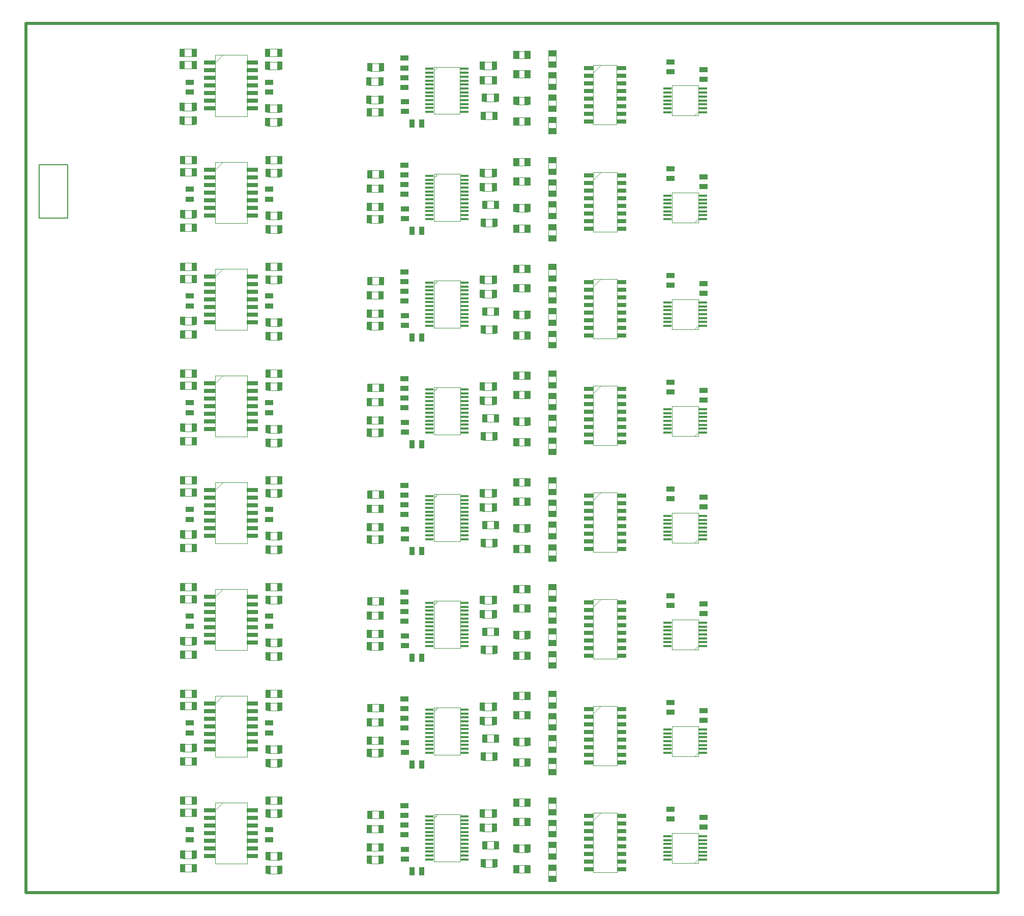
<source format=gtp>
G04*
G04 #@! TF.GenerationSoftware,Altium Limited,Altium Designer,19.0.10 (269)*
G04*
G04 Layer_Color=8421504*
%FSLAX23Y23*%
%MOIN*%
G70*
G01*
G75*
%ADD10C,0.008*%
%ADD12C,0.010*%
%ADD13C,0.020*%
%ADD14C,0.004*%
%ADD15R,0.061X0.028*%
%ADD16R,0.058X0.018*%
%ADD17R,0.057X0.039*%
%ADD18R,0.037X0.055*%
%ADD19R,0.057X0.036*%
%ADD20R,0.039X0.057*%
%ADD21R,0.036X0.057*%
%ADD22R,0.072X0.028*%
D10*
X1086Y4424D02*
Y4774D01*
Y4424D02*
X1275D01*
Y4774D01*
X1086D02*
X1275D01*
D12*
X7360Y5700D02*
X7370Y5690D01*
D13*
X1000Y0D02*
Y5700D01*
X7370D01*
Y0D02*
Y5700D01*
X1000Y0D02*
X7370D01*
D14*
X4718Y475D02*
X4768Y525D01*
X4718Y135D02*
Y525D01*
Y135D02*
X4872D01*
Y525D01*
X4718D02*
X4872D01*
X5381Y195D02*
X5407Y220D01*
Y195D02*
Y391D01*
X5234D02*
X5407D01*
X5234Y195D02*
Y391D01*
Y195D02*
X5407D01*
X4425Y525D02*
X4475D01*
Y604D01*
X4425D02*
X4475D01*
X4425Y525D02*
Y604D01*
Y459D02*
X4475D01*
X4425Y380D02*
Y459D01*
Y380D02*
X4475D01*
Y459D01*
X4425Y88D02*
X4475D01*
Y167D01*
X4425D02*
X4475D01*
X4425Y88D02*
Y167D01*
Y315D02*
X4475D01*
X4425Y236D02*
Y315D01*
Y236D02*
X4475D01*
Y315D01*
X4718Y1225D02*
X4872D01*
Y835D02*
Y1225D01*
X4718Y835D02*
X4872D01*
X4718D02*
Y1225D01*
Y1175D02*
X4768Y1225D01*
X5381Y895D02*
X5407Y920D01*
Y895D02*
Y1091D01*
X5234D02*
X5407D01*
X5234Y895D02*
Y1091D01*
Y895D02*
X5407D01*
X4425Y1225D02*
X4475D01*
Y1304D01*
X4425D02*
X4475D01*
X4425Y1225D02*
Y1304D01*
Y1159D02*
X4475D01*
X4425Y1080D02*
Y1159D01*
Y1080D02*
X4475D01*
Y1159D01*
X4425Y788D02*
X4475D01*
Y867D01*
X4425D02*
X4475D01*
X4425Y788D02*
Y867D01*
Y1015D02*
X4475D01*
X4425Y936D02*
Y1015D01*
Y936D02*
X4475D01*
Y1015D01*
X4718Y1875D02*
X4768Y1925D01*
X4718Y1535D02*
Y1925D01*
Y1535D02*
X4872D01*
Y1925D01*
X4718D02*
X4872D01*
X5381Y1595D02*
X5407Y1620D01*
Y1595D02*
Y1791D01*
X5234D02*
X5407D01*
X5234Y1595D02*
Y1791D01*
Y1595D02*
X5407D01*
X4425Y1925D02*
X4475D01*
Y2004D01*
X4425D02*
X4475D01*
X4425Y1925D02*
Y2004D01*
Y1859D02*
X4475D01*
X4425Y1780D02*
Y1859D01*
Y1780D02*
X4475D01*
Y1859D01*
X4425Y1488D02*
X4475D01*
Y1567D01*
X4425D02*
X4475D01*
X4425Y1488D02*
Y1567D01*
Y1715D02*
X4475D01*
X4425Y1636D02*
Y1715D01*
Y1636D02*
X4475D01*
Y1715D01*
X4718Y2575D02*
X4768Y2625D01*
X4718Y2235D02*
Y2625D01*
Y2235D02*
X4872D01*
Y2625D01*
X4718D02*
X4872D01*
X5381Y2295D02*
X5407Y2320D01*
Y2295D02*
Y2491D01*
X5234D02*
X5407D01*
X5234Y2295D02*
Y2491D01*
Y2295D02*
X5407D01*
X4425Y2625D02*
X4475D01*
Y2704D01*
X4425D02*
X4475D01*
X4425Y2625D02*
Y2704D01*
Y2559D02*
X4475D01*
X4425Y2480D02*
Y2559D01*
Y2480D02*
X4475D01*
Y2559D01*
X4425Y2188D02*
X4475D01*
Y2267D01*
X4425D02*
X4475D01*
X4425Y2188D02*
Y2267D01*
Y2415D02*
X4475D01*
X4425Y2336D02*
Y2415D01*
Y2336D02*
X4475D01*
Y2415D01*
X4718Y3275D02*
X4768Y3325D01*
X4718Y2935D02*
Y3325D01*
Y2935D02*
X4872D01*
Y3325D01*
X4718D02*
X4872D01*
X5381Y2995D02*
X5407Y3020D01*
Y2995D02*
Y3191D01*
X5234D02*
X5407D01*
X5234Y2995D02*
Y3191D01*
Y2995D02*
X5407D01*
X4425Y3325D02*
X4475D01*
Y3404D01*
X4425D02*
X4475D01*
X4425Y3325D02*
Y3404D01*
Y3259D02*
X4475D01*
X4425Y3180D02*
Y3259D01*
Y3180D02*
X4475D01*
Y3259D01*
X4425Y2888D02*
X4475D01*
Y2967D01*
X4425D02*
X4475D01*
X4425Y2888D02*
Y2967D01*
Y3115D02*
X4475D01*
X4425Y3036D02*
Y3115D01*
Y3036D02*
X4475D01*
Y3115D01*
X4718Y3975D02*
X4768Y4025D01*
X4718Y3635D02*
Y4025D01*
Y3635D02*
X4872D01*
Y4025D01*
X4718D02*
X4872D01*
X5381Y3695D02*
X5407Y3720D01*
Y3695D02*
Y3891D01*
X5234D02*
X5407D01*
X5234Y3695D02*
Y3891D01*
Y3695D02*
X5407D01*
X4425Y4025D02*
X4475D01*
Y4104D01*
X4425D02*
X4475D01*
X4425Y4025D02*
Y4104D01*
Y3959D02*
X4475D01*
X4425Y3880D02*
Y3959D01*
Y3880D02*
X4475D01*
Y3959D01*
X4425Y3588D02*
X4475D01*
Y3667D01*
X4425D02*
X4475D01*
X4425Y3588D02*
Y3667D01*
Y3815D02*
X4475D01*
X4425Y3736D02*
Y3815D01*
Y3736D02*
X4475D01*
Y3815D01*
X4718Y4675D02*
X4768Y4725D01*
X4718Y4335D02*
Y4725D01*
Y4335D02*
X4872D01*
Y4725D01*
X4718D02*
X4872D01*
X5381Y4395D02*
X5407Y4420D01*
Y4395D02*
Y4591D01*
X5234D02*
X5407D01*
X5234Y4395D02*
Y4591D01*
Y4395D02*
X5407D01*
X4425Y4725D02*
X4475D01*
Y4804D01*
X4425D02*
X4475D01*
X4425Y4725D02*
Y4804D01*
Y4659D02*
X4475D01*
X4425Y4580D02*
Y4659D01*
Y4580D02*
X4475D01*
Y4659D01*
X4425Y4288D02*
X4475D01*
Y4367D01*
X4425D02*
X4475D01*
X4425Y4288D02*
Y4367D01*
Y4515D02*
X4475D01*
X4425Y4436D02*
Y4515D01*
Y4436D02*
X4475D01*
Y4515D01*
X5381Y5097D02*
X5407Y5122D01*
Y5097D02*
Y5293D01*
X5233D02*
X5407D01*
X5233Y5097D02*
Y5293D01*
Y5097D02*
X5407D01*
X4718Y5377D02*
X4768Y5427D01*
X4718Y5037D02*
Y5427D01*
Y5037D02*
X4871D01*
Y5427D01*
X4718D02*
X4871D01*
X4425Y4990D02*
X4474D01*
Y5069D01*
X4425D02*
X4474D01*
X4425Y4990D02*
Y5069D01*
Y5217D02*
X4474D01*
X4425Y5138D02*
Y5217D01*
Y5138D02*
X4474D01*
Y5217D01*
X4425Y5427D02*
X4474D01*
Y5506D01*
X4425D02*
X4474D01*
X4425Y5427D02*
Y5506D01*
Y5361D02*
X4474D01*
X4425Y5282D02*
Y5361D01*
Y5282D02*
X4474D01*
Y5361D01*
X2586Y3380D02*
Y3430D01*
Y3380D02*
X2664D01*
Y3430D01*
X2586D02*
X2664D01*
X2586Y825D02*
Y875D01*
Y825D02*
X2664D01*
Y875D01*
X2586D02*
X2664D01*
X2586Y1280D02*
Y1330D01*
Y1280D02*
X2664D01*
Y1330D01*
X2586D02*
X2664D01*
X2585Y5027D02*
Y5077D01*
Y5027D02*
X2664D01*
Y5077D01*
X2585D02*
X2664D01*
X2586Y2680D02*
Y2730D01*
Y2680D02*
X2664D01*
Y2730D01*
X2586D02*
X2664D01*
X2586Y2925D02*
Y2975D01*
Y2925D02*
X2664D01*
Y2975D01*
X2586D02*
X2664D01*
X2586Y2225D02*
Y2275D01*
Y2225D02*
X2664D01*
Y2275D01*
X2586D02*
X2664D01*
X2586Y4080D02*
Y4130D01*
Y4080D02*
X2664D01*
Y4130D01*
X2586D02*
X2664D01*
X2586Y125D02*
Y175D01*
Y125D02*
X2664D01*
Y175D01*
X2586D02*
X2664D01*
X2586Y4780D02*
Y4830D01*
Y4780D02*
X2664D01*
Y4830D01*
X2586D02*
X2664D01*
X2585Y5482D02*
Y5532D01*
Y5482D02*
X2664D01*
Y5532D01*
X2585D02*
X2664D01*
X2586Y4325D02*
Y4375D01*
Y4325D02*
X2664D01*
Y4375D01*
X2586D02*
X2664D01*
X2586Y1980D02*
Y2030D01*
Y1980D02*
X2664D01*
Y2030D01*
X2586D02*
X2664D01*
X2586Y3625D02*
Y3675D01*
Y3625D02*
X2664D01*
Y3675D01*
X2586D02*
X2664D01*
X2586Y580D02*
Y630D01*
Y580D02*
X2664D01*
Y630D01*
X2586D02*
X2664D01*
X2586Y1525D02*
Y1575D01*
Y1525D02*
X2664D01*
Y1575D01*
X2586D02*
X2664D01*
X4289Y5167D02*
Y5217D01*
X4210D02*
X4289D01*
X4210Y5167D02*
Y5217D01*
Y5167D02*
X4289D01*
X4289Y265D02*
Y315D01*
X4211D02*
X4289D01*
X4211Y265D02*
Y315D01*
Y265D02*
X4289D01*
Y830D02*
Y880D01*
X4211D02*
X4289D01*
X4211Y830D02*
Y880D01*
Y830D02*
X4289D01*
X3249Y4441D02*
X3328D01*
Y4391D02*
Y4441D01*
X3249Y4391D02*
X3328D01*
X3249D02*
Y4441D01*
X4211Y1841D02*
Y1890D01*
Y1841D02*
X4289D01*
Y1890D01*
X4211D02*
X4289D01*
X3996Y4418D02*
X4075D01*
Y4368D02*
Y4418D01*
X3996Y4368D02*
X4075D01*
X3996D02*
Y4418D01*
X4289Y130D02*
Y180D01*
X4211D02*
X4289D01*
X4211Y130D02*
Y180D01*
Y130D02*
X4289D01*
X3996Y3718D02*
X4075D01*
Y3668D02*
Y3718D01*
X3996Y3668D02*
X4075D01*
X3996D02*
Y3718D01*
X4289Y965D02*
Y1015D01*
X4211D02*
X4289D01*
X4211Y965D02*
Y1015D01*
Y965D02*
X4289D01*
X3249Y3741D02*
X3328D01*
Y3691D02*
Y3741D01*
X3249Y3691D02*
X3328D01*
X3249D02*
Y3741D01*
X4211Y567D02*
Y616D01*
Y567D02*
X4289D01*
Y616D01*
X4211D02*
X4289D01*
X3249Y1641D02*
X3328D01*
Y1591D02*
Y1641D01*
X3249Y1591D02*
X3328D01*
X3249D02*
Y1641D01*
X4289Y3065D02*
Y3115D01*
X4211D02*
X4289D01*
X4211Y3065D02*
Y3115D01*
Y3065D02*
X4289D01*
Y3765D02*
Y3815D01*
X4211D02*
X4289D01*
X4211Y3765D02*
Y3815D01*
Y3765D02*
X4289D01*
Y1530D02*
Y1580D01*
X4211D02*
X4289D01*
X4211Y1530D02*
Y1580D01*
Y1530D02*
X4289D01*
Y4465D02*
Y4515D01*
X4211D02*
X4289D01*
X4211Y4465D02*
Y4515D01*
Y4465D02*
X4289D01*
X3249Y2341D02*
X3328D01*
Y2291D02*
Y2341D01*
X3249Y2291D02*
X3328D01*
X3249D02*
Y2341D01*
X4211Y4767D02*
Y4816D01*
Y4767D02*
X4289D01*
Y4816D01*
X4211D02*
X4289D01*
X3996Y5120D02*
X4074D01*
Y5070D02*
Y5120D01*
X3996Y5070D02*
X4074D01*
X3996D02*
Y5120D01*
X3996Y2318D02*
X4075D01*
Y2268D02*
Y2318D01*
X3996Y2268D02*
X4075D01*
X3996D02*
Y2318D01*
X4006Y3136D02*
X4084D01*
Y3086D02*
Y3136D01*
X4006Y3086D02*
X4084D01*
X4006D02*
Y3136D01*
X3249Y3041D02*
X3328D01*
Y2991D02*
Y3041D01*
X3249Y2991D02*
X3328D01*
X3249D02*
Y3041D01*
X4211Y1141D02*
Y1190D01*
Y1141D02*
X4289D01*
Y1190D01*
X4211D02*
X4289D01*
X4211Y2541D02*
Y2590D01*
Y2541D02*
X4289D01*
Y2590D01*
X4211D02*
X4289D01*
X3996Y3018D02*
X4075D01*
Y2968D02*
Y3018D01*
X3996Y2968D02*
X4075D01*
X3996D02*
Y3018D01*
X3249Y941D02*
X3328D01*
Y891D02*
Y941D01*
X3249Y891D02*
X3328D01*
X3249D02*
Y941D01*
X4289Y1665D02*
Y1715D01*
X4211D02*
X4289D01*
X4211Y1665D02*
Y1715D01*
Y1665D02*
X4289D01*
X4006Y2436D02*
X4084D01*
Y2386D02*
Y2436D01*
X4006Y2386D02*
X4084D01*
X4006D02*
Y2436D01*
X4211Y1967D02*
Y2016D01*
Y1967D02*
X4289D01*
Y2016D01*
X4211D02*
X4289D01*
X3249Y241D02*
X3328D01*
Y191D02*
Y241D01*
X3249Y191D02*
X3328D01*
X3249D02*
Y241D01*
X4211Y441D02*
Y490D01*
Y441D02*
X4289D01*
Y490D01*
X4211D02*
X4289D01*
X4210Y5469D02*
Y5518D01*
Y5469D02*
X4289D01*
Y5518D01*
X4210D02*
X4289D01*
X4211Y1267D02*
Y1316D01*
Y1267D02*
X4289D01*
Y1316D01*
X4211D02*
X4289D01*
X4005Y5238D02*
X4084D01*
Y5188D02*
Y5238D01*
X4005Y5188D02*
X4084D01*
X4005D02*
Y5238D01*
X3996Y1618D02*
X4075D01*
Y1568D02*
Y1618D01*
X3996Y1568D02*
X4075D01*
X3996D02*
Y1618D01*
X4289Y4330D02*
Y4380D01*
X4211D02*
X4289D01*
X4211Y4330D02*
Y4380D01*
Y4330D02*
X4289D01*
Y3630D02*
Y3680D01*
X4211D02*
X4289D01*
X4211Y3630D02*
Y3680D01*
Y3630D02*
X4289D01*
X3996Y918D02*
X4075D01*
Y868D02*
Y918D01*
X3996Y868D02*
X4075D01*
X3996D02*
Y918D01*
X4289Y2230D02*
Y2280D01*
X4211D02*
X4289D01*
X4211Y2230D02*
Y2280D01*
Y2230D02*
X4289D01*
Y2365D02*
Y2415D01*
X4211D02*
X4289D01*
X4211Y2365D02*
Y2415D01*
Y2365D02*
X4289D01*
X4211Y4641D02*
Y4690D01*
Y4641D02*
X4289D01*
Y4690D01*
X4211D02*
X4289D01*
X4210Y5343D02*
Y5392D01*
Y5343D02*
X4289D01*
Y5392D01*
X4210D02*
X4289D01*
X4289Y2930D02*
Y2980D01*
X4211D02*
X4289D01*
X4211Y2930D02*
Y2980D01*
Y2930D02*
X4289D01*
X4289Y5032D02*
Y5082D01*
X4210D02*
X4289D01*
X4210Y5032D02*
Y5082D01*
Y5032D02*
X4289D01*
X4006Y3836D02*
X4084D01*
Y3786D02*
Y3836D01*
X4006Y3786D02*
X4084D01*
X4006D02*
Y3836D01*
Y1736D02*
X4084D01*
Y1686D02*
Y1736D01*
X4006Y1686D02*
X4084D01*
X4006D02*
Y1736D01*
X4211Y3367D02*
Y3416D01*
Y3367D02*
X4289D01*
Y3416D01*
X4211D02*
X4289D01*
X4211Y4067D02*
Y4116D01*
Y4067D02*
X4289D01*
Y4116D01*
X4211D02*
X4289D01*
X4211Y3241D02*
Y3290D01*
Y3241D02*
X4289D01*
Y3290D01*
X4211D02*
X4289D01*
X3249Y5143D02*
X3328D01*
Y5093D02*
Y5143D01*
X3249Y5093D02*
X3328D01*
X3249D02*
Y5143D01*
X4006Y4536D02*
X4084D01*
Y4486D02*
Y4536D01*
X4006Y4486D02*
X4084D01*
X4006D02*
Y4536D01*
X4211Y3941D02*
Y3990D01*
Y3941D02*
X4289D01*
Y3990D01*
X4211D02*
X4289D01*
X4006Y1036D02*
X4084D01*
Y986D02*
Y1036D01*
X4006Y986D02*
X4084D01*
X4006D02*
Y1036D01*
X4211Y2667D02*
Y2716D01*
Y2667D02*
X4289D01*
Y2716D01*
X4211D02*
X4289D01*
X3996Y218D02*
X4075D01*
Y168D02*
Y218D01*
X3996Y168D02*
X4075D01*
X3996D02*
Y218D01*
X2104Y4780D02*
Y4830D01*
X2026D02*
X2104D01*
X2026Y4780D02*
Y4830D01*
Y4780D02*
X2104D01*
X2241Y4741D02*
X2291Y4791D01*
X2241Y4389D02*
Y4791D01*
Y4389D02*
X2450D01*
Y4791D01*
X2241D02*
X2450D01*
X2026Y836D02*
Y886D01*
Y836D02*
X2104D01*
Y886D01*
X2026D02*
X2104D01*
X2026Y2236D02*
Y2286D01*
Y2236D02*
X2104D01*
Y2286D01*
X2026D02*
X2104D01*
X2241Y2641D02*
X2291Y2691D01*
X2241Y2289D02*
Y2691D01*
Y2289D02*
X2450D01*
Y2691D01*
X2241D02*
X2450D01*
X2241Y3341D02*
X2291Y3391D01*
X2241Y2989D02*
Y3391D01*
Y2989D02*
X2450D01*
Y3391D01*
X2241D02*
X2450D01*
X2104Y1280D02*
Y1330D01*
X2026D02*
X2104D01*
X2026Y1280D02*
Y1330D01*
Y1280D02*
X2104D01*
Y225D02*
Y275D01*
X2026D02*
X2104D01*
X2026Y225D02*
Y275D01*
Y225D02*
X2104D01*
X2664Y3995D02*
Y4045D01*
X2586D02*
X2664D01*
X2586Y3995D02*
Y4045D01*
Y3995D02*
X2664D01*
X2025Y5038D02*
Y5088D01*
Y5038D02*
X2104D01*
Y5088D01*
X2025D02*
X2104D01*
X2240Y5443D02*
X2290Y5493D01*
X2240Y5091D02*
Y5493D01*
Y5091D02*
X2449D01*
Y5493D01*
X2240D02*
X2449D01*
X2026Y1900D02*
Y1950D01*
Y1900D02*
X2104D01*
Y1950D01*
X2026D02*
X2104D01*
X2586Y1615D02*
Y1665D01*
Y1615D02*
X2664D01*
Y1665D01*
X2586D02*
X2664D01*
X2104Y2680D02*
Y2730D01*
X2026D02*
X2104D01*
X2026Y2680D02*
Y2730D01*
Y2680D02*
X2104D01*
X2026Y4000D02*
Y4050D01*
Y4000D02*
X2104D01*
Y4050D01*
X2026D02*
X2104D01*
X2241Y1941D02*
X2291Y1991D01*
X2241Y1589D02*
Y1991D01*
Y1589D02*
X2450D01*
Y1991D01*
X2241D02*
X2450D01*
X2104Y1980D02*
Y2030D01*
X2026D02*
X2104D01*
X2026Y1980D02*
Y2030D01*
Y1980D02*
X2104D01*
X2026Y4700D02*
Y4750D01*
Y4700D02*
X2104D01*
Y4750D01*
X2026D02*
X2104D01*
X2664Y495D02*
Y545D01*
X2586D02*
X2664D01*
X2586Y495D02*
Y545D01*
Y495D02*
X2664D01*
X2026Y3300D02*
Y3350D01*
Y3300D02*
X2104D01*
Y3350D01*
X2026D02*
X2104D01*
X2664Y2595D02*
Y2645D01*
X2586D02*
X2664D01*
X2586Y2595D02*
Y2645D01*
Y2595D02*
X2664D01*
X2586Y915D02*
Y965D01*
Y915D02*
X2664D01*
Y965D01*
X2586D02*
X2664D01*
X2104Y1625D02*
Y1675D01*
X2026D02*
X2104D01*
X2026Y1625D02*
Y1675D01*
Y1625D02*
X2104D01*
Y3725D02*
Y3775D01*
X2026D02*
X2104D01*
X2026Y3725D02*
Y3775D01*
Y3725D02*
X2104D01*
X2586Y215D02*
Y265D01*
Y215D02*
X2664D01*
Y265D01*
X2586D02*
X2664D01*
Y1895D02*
Y1945D01*
X2586D02*
X2664D01*
X2586Y1895D02*
Y1945D01*
Y1895D02*
X2664D01*
X2586Y4415D02*
Y4465D01*
Y4415D02*
X2664D01*
Y4465D01*
X2586D02*
X2664D01*
X2025Y5402D02*
Y5452D01*
Y5402D02*
X2104D01*
Y5452D01*
X2025D02*
X2104D01*
X2104Y2325D02*
Y2375D01*
X2026D02*
X2104D01*
X2026Y2325D02*
Y2375D01*
Y2325D02*
X2104D01*
X2104Y5127D02*
Y5177D01*
X2025D02*
X2104D01*
X2025Y5127D02*
Y5177D01*
Y5127D02*
X2104D01*
X2664Y3295D02*
Y3345D01*
X2586D02*
X2664D01*
X2586Y3295D02*
Y3345D01*
Y3295D02*
X2664D01*
Y1195D02*
Y1245D01*
X2586D02*
X2664D01*
X2586Y1195D02*
Y1245D01*
Y1195D02*
X2664D01*
Y4695D02*
Y4745D01*
X2586D02*
X2664D01*
X2586Y4695D02*
Y4745D01*
Y4695D02*
X2664D01*
X2026Y136D02*
Y186D01*
Y136D02*
X2104D01*
Y186D01*
X2026D02*
X2104D01*
X2585Y5117D02*
Y5167D01*
Y5117D02*
X2664D01*
Y5167D01*
X2585D02*
X2664D01*
X2104Y4425D02*
Y4475D01*
X2026D02*
X2104D01*
X2026Y4425D02*
Y4475D01*
Y4425D02*
X2104D01*
X2104Y5482D02*
Y5532D01*
X2025D02*
X2104D01*
X2025Y5482D02*
Y5532D01*
Y5482D02*
X2104D01*
X2026Y1536D02*
Y1586D01*
Y1536D02*
X2104D01*
Y1586D01*
X2026D02*
X2104D01*
Y925D02*
Y975D01*
X2026D02*
X2104D01*
X2026Y925D02*
Y975D01*
Y925D02*
X2104D01*
X2026Y4336D02*
Y4386D01*
Y4336D02*
X2104D01*
Y4386D01*
X2026D02*
X2104D01*
X2026Y2600D02*
Y2650D01*
Y2600D02*
X2104D01*
Y2650D01*
X2026D02*
X2104D01*
X2241Y541D02*
X2291Y591D01*
X2241Y189D02*
Y591D01*
Y189D02*
X2450D01*
Y591D01*
X2241D02*
X2450D01*
X2026Y2936D02*
Y2986D01*
Y2936D02*
X2104D01*
Y2986D01*
X2026D02*
X2104D01*
X2241Y4041D02*
X2291Y4091D01*
X2241Y3689D02*
Y4091D01*
Y3689D02*
X2450D01*
Y4091D01*
X2241D02*
X2450D01*
X2026Y3636D02*
Y3686D01*
Y3636D02*
X2104D01*
Y3686D01*
X2026D02*
X2104D01*
X2026Y1200D02*
Y1250D01*
Y1200D02*
X2104D01*
Y1250D01*
X2026D02*
X2104D01*
X2026Y500D02*
Y550D01*
Y500D02*
X2104D01*
Y550D01*
X2026D02*
X2104D01*
Y4080D02*
Y4130D01*
X2026D02*
X2104D01*
X2026Y4080D02*
Y4130D01*
Y4080D02*
X2104D01*
Y3380D02*
Y3430D01*
X2026D02*
X2104D01*
X2026Y3380D02*
Y3430D01*
Y3380D02*
X2104D01*
X2241Y1291D02*
X2450D01*
Y889D02*
Y1291D01*
X2241Y889D02*
X2450D01*
X2241D02*
Y1291D01*
Y1241D02*
X2291Y1291D01*
X2104Y3025D02*
Y3075D01*
X2026D02*
X2104D01*
X2026Y3025D02*
Y3075D01*
Y3025D02*
X2104D01*
X2586Y3715D02*
Y3765D01*
Y3715D02*
X2664D01*
Y3765D01*
X2586D02*
X2664D01*
X2664Y5397D02*
Y5447D01*
X2585D02*
X2664D01*
X2585Y5397D02*
Y5447D01*
Y5397D02*
X2664D01*
X2586Y3015D02*
Y3065D01*
Y3015D02*
X2664D01*
Y3065D01*
X2586D02*
X2664D01*
X2104Y580D02*
Y630D01*
X2026D02*
X2104D01*
X2026Y580D02*
Y630D01*
Y580D02*
X2104D01*
X2586Y2315D02*
Y2365D01*
Y2315D02*
X2664D01*
Y2365D01*
X2586D02*
X2664D01*
X4006Y336D02*
X4084D01*
Y286D02*
Y336D01*
X4006Y286D02*
X4084D01*
X4006D02*
Y336D01*
X3248Y5223D02*
X3327D01*
Y5174D02*
Y5223D01*
X3248Y5174D02*
X3327D01*
X3248D02*
Y5223D01*
X3249Y4521D02*
X3327D01*
Y4472D02*
Y4521D01*
X3249Y4472D02*
X3327D01*
X3249D02*
Y4521D01*
Y3821D02*
X3327D01*
Y3772D02*
Y3821D01*
X3249Y3772D02*
X3327D01*
X3249D02*
Y3821D01*
Y3121D02*
X3327D01*
Y3072D02*
Y3121D01*
X3249Y3072D02*
X3327D01*
X3249D02*
Y3121D01*
Y2421D02*
X3327D01*
Y2372D02*
Y2421D01*
X3249Y2372D02*
X3327D01*
X3249D02*
Y2421D01*
Y1721D02*
X3327D01*
Y1672D02*
Y1721D01*
X3249Y1672D02*
X3327D01*
X3249D02*
Y1721D01*
Y1021D02*
X3327D01*
Y972D02*
Y1021D01*
X3249Y972D02*
X3327D01*
X3249D02*
Y1021D01*
Y321D02*
X3327D01*
Y272D02*
Y321D01*
X3249Y272D02*
X3327D01*
X3249D02*
Y321D01*
X3990Y5352D02*
X4069D01*
Y5303D02*
Y5352D01*
X3990Y5303D02*
X4069D01*
X3990D02*
Y5352D01*
X3991Y4650D02*
X4069D01*
Y4601D02*
Y4650D01*
X3991Y4601D02*
X4069D01*
X3991D02*
Y4650D01*
Y3950D02*
X4069D01*
Y3901D02*
Y3950D01*
X3991Y3901D02*
X4069D01*
X3991D02*
Y3950D01*
Y3250D02*
X4069D01*
Y3201D02*
Y3250D01*
X3991Y3201D02*
X4069D01*
X3991D02*
Y3250D01*
Y2550D02*
X4069D01*
Y2501D02*
Y2550D01*
X3991Y2501D02*
X4069D01*
X3991D02*
Y2550D01*
Y1850D02*
X4069D01*
Y1801D02*
Y1850D01*
X3991Y1801D02*
X4069D01*
X3991D02*
Y1850D01*
Y1150D02*
X4069D01*
Y1101D02*
Y1150D01*
X3991Y1101D02*
X4069D01*
X3991D02*
Y1150D01*
Y450D02*
X4069D01*
Y401D02*
Y450D01*
X3991Y401D02*
X4069D01*
X3991D02*
Y450D01*
X3248Y5343D02*
X3327D01*
Y5294D02*
Y5343D01*
X3248Y5294D02*
X3327D01*
X3248D02*
Y5343D01*
X3249Y4641D02*
X3327D01*
Y4592D02*
Y4641D01*
X3249Y4592D02*
X3327D01*
X3249D02*
Y4641D01*
Y3941D02*
X3327D01*
Y3892D02*
Y3941D01*
X3249Y3892D02*
X3327D01*
X3249D02*
Y3941D01*
Y3241D02*
X3327D01*
Y3192D02*
Y3241D01*
X3249Y3192D02*
X3327D01*
X3249D02*
Y3241D01*
Y2541D02*
X3327D01*
Y2492D02*
Y2541D01*
X3249Y2492D02*
X3327D01*
X3249D02*
Y2541D01*
Y1841D02*
X3327D01*
Y1792D02*
Y1841D01*
X3249Y1792D02*
X3327D01*
X3249D02*
Y1841D01*
Y1141D02*
X3327D01*
Y1092D02*
Y1141D01*
X3249Y1092D02*
X3327D01*
X3249D02*
Y1141D01*
Y441D02*
X3327D01*
Y392D02*
Y441D01*
X3249Y392D02*
X3327D01*
X3249D02*
Y441D01*
X3990Y5447D02*
X4069D01*
Y5397D02*
Y5447D01*
X3990Y5397D02*
X4069D01*
X3990D02*
Y5447D01*
X3991Y4745D02*
X4069D01*
Y4695D02*
Y4745D01*
X3991Y4695D02*
X4069D01*
X3991D02*
Y4745D01*
Y4045D02*
X4069D01*
Y3995D02*
Y4045D01*
X3991Y3995D02*
X4069D01*
X3991D02*
Y4045D01*
Y3345D02*
X4069D01*
Y3295D02*
Y3345D01*
X3991Y3295D02*
X4069D01*
X3991D02*
Y3345D01*
Y2645D02*
X4069D01*
Y2595D02*
Y2645D01*
X3991Y2595D02*
X4069D01*
X3991D02*
Y2645D01*
Y1945D02*
X4069D01*
Y1895D02*
Y1945D01*
X3991Y1895D02*
X4069D01*
X3991D02*
Y1945D01*
Y1245D02*
X4069D01*
Y1195D02*
Y1245D01*
X3991Y1195D02*
X4069D01*
X3991D02*
Y1245D01*
Y545D02*
X4069D01*
Y495D02*
Y545D01*
X3991Y495D02*
X4069D01*
X3991D02*
Y545D01*
X3252Y5438D02*
X3330D01*
Y5388D02*
Y5438D01*
X3252Y5388D02*
X3330D01*
X3252D02*
Y5438D01*
X3252Y4736D02*
X3331D01*
Y4686D02*
Y4736D01*
X3252Y4686D02*
X3331D01*
X3252D02*
Y4736D01*
Y4036D02*
X3331D01*
Y3986D02*
Y4036D01*
X3252Y3986D02*
X3331D01*
X3252D02*
Y4036D01*
Y3336D02*
X3331D01*
Y3286D02*
Y3336D01*
X3252Y3286D02*
X3331D01*
X3252D02*
Y3336D01*
Y2636D02*
X3331D01*
Y2586D02*
Y2636D01*
X3252Y2586D02*
X3331D01*
X3252D02*
Y2636D01*
Y1936D02*
X3331D01*
Y1886D02*
Y1936D01*
X3252Y1886D02*
X3331D01*
X3252D02*
Y1936D01*
Y1236D02*
X3331D01*
Y1186D02*
Y1236D01*
X3252Y1186D02*
X3331D01*
X3252D02*
Y1236D01*
Y536D02*
X3331D01*
Y486D02*
Y536D01*
X3252Y486D02*
X3331D01*
X3252D02*
Y536D01*
X3672Y5414D02*
X3845D01*
Y5107D02*
Y5414D01*
X3672Y5107D02*
X3845D01*
X3672D02*
Y5414D01*
Y5389D02*
X3698Y5414D01*
X3673Y4712D02*
X3846D01*
Y4405D02*
Y4712D01*
X3673Y4405D02*
X3846D01*
X3673D02*
Y4712D01*
Y4687D02*
X3698Y4712D01*
X3673Y4012D02*
X3846D01*
Y3705D02*
Y4012D01*
X3673Y3705D02*
X3846D01*
X3673D02*
Y4012D01*
Y3987D02*
X3698Y4012D01*
X3673Y3312D02*
X3846D01*
Y3005D02*
Y3312D01*
X3673Y3005D02*
X3846D01*
X3673D02*
Y3312D01*
Y3287D02*
X3698Y3312D01*
X3673Y2587D02*
X3698Y2612D01*
X3673Y2305D02*
Y2612D01*
Y2305D02*
X3846D01*
Y2612D01*
X3673D02*
X3846D01*
X3673Y1912D02*
X3846D01*
Y1605D02*
Y1912D01*
X3673Y1605D02*
X3846D01*
X3673D02*
Y1912D01*
Y1887D02*
X3698Y1912D01*
X3673Y1212D02*
X3846D01*
Y905D02*
Y1212D01*
X3673Y905D02*
X3846D01*
X3673D02*
Y1212D01*
Y1187D02*
X3698Y1212D01*
X3673Y512D02*
X3846D01*
Y205D02*
Y512D01*
X3673Y205D02*
X3846D01*
X3673D02*
Y512D01*
Y487D02*
X3698Y512D01*
D15*
X4902Y505D02*
D03*
Y455D02*
D03*
Y405D02*
D03*
Y355D02*
D03*
Y305D02*
D03*
Y255D02*
D03*
Y205D02*
D03*
Y155D02*
D03*
X4688D02*
D03*
Y205D02*
D03*
Y255D02*
D03*
Y305D02*
D03*
Y355D02*
D03*
Y405D02*
D03*
Y455D02*
D03*
Y505D02*
D03*
Y1205D02*
D03*
Y1155D02*
D03*
Y1105D02*
D03*
Y1055D02*
D03*
Y1005D02*
D03*
Y955D02*
D03*
Y905D02*
D03*
Y855D02*
D03*
X4902D02*
D03*
Y905D02*
D03*
Y955D02*
D03*
Y1005D02*
D03*
Y1055D02*
D03*
Y1105D02*
D03*
Y1155D02*
D03*
Y1205D02*
D03*
Y1905D02*
D03*
Y1855D02*
D03*
Y1805D02*
D03*
Y1755D02*
D03*
Y1705D02*
D03*
Y1655D02*
D03*
Y1605D02*
D03*
Y1555D02*
D03*
X4688D02*
D03*
Y1605D02*
D03*
Y1655D02*
D03*
Y1705D02*
D03*
Y1755D02*
D03*
Y1805D02*
D03*
Y1855D02*
D03*
Y1905D02*
D03*
X4902Y2605D02*
D03*
Y2555D02*
D03*
Y2505D02*
D03*
Y2455D02*
D03*
Y2405D02*
D03*
Y2355D02*
D03*
Y2305D02*
D03*
Y2255D02*
D03*
X4688D02*
D03*
Y2305D02*
D03*
Y2355D02*
D03*
Y2405D02*
D03*
Y2455D02*
D03*
Y2505D02*
D03*
Y2555D02*
D03*
Y2605D02*
D03*
X4902Y3305D02*
D03*
Y3255D02*
D03*
Y3205D02*
D03*
Y3155D02*
D03*
Y3105D02*
D03*
Y3055D02*
D03*
Y3005D02*
D03*
Y2955D02*
D03*
X4688D02*
D03*
Y3005D02*
D03*
Y3055D02*
D03*
Y3105D02*
D03*
Y3155D02*
D03*
Y3205D02*
D03*
Y3255D02*
D03*
Y3305D02*
D03*
X4902Y4005D02*
D03*
Y3955D02*
D03*
Y3905D02*
D03*
Y3855D02*
D03*
Y3805D02*
D03*
Y3755D02*
D03*
Y3705D02*
D03*
Y3655D02*
D03*
X4688D02*
D03*
Y3705D02*
D03*
Y3755D02*
D03*
Y3805D02*
D03*
Y3855D02*
D03*
Y3905D02*
D03*
Y3955D02*
D03*
Y4005D02*
D03*
X4902Y4705D02*
D03*
Y4655D02*
D03*
Y4605D02*
D03*
Y4555D02*
D03*
Y4505D02*
D03*
Y4455D02*
D03*
Y4405D02*
D03*
Y4355D02*
D03*
X4688D02*
D03*
Y4405D02*
D03*
Y4455D02*
D03*
Y4505D02*
D03*
Y4555D02*
D03*
Y4605D02*
D03*
Y4655D02*
D03*
Y4705D02*
D03*
X4902Y5407D02*
D03*
Y5357D02*
D03*
Y5307D02*
D03*
Y5257D02*
D03*
Y5207D02*
D03*
Y5157D02*
D03*
Y5107D02*
D03*
Y5057D02*
D03*
X4687D02*
D03*
Y5107D02*
D03*
Y5157D02*
D03*
Y5207D02*
D03*
Y5257D02*
D03*
Y5307D02*
D03*
Y5357D02*
D03*
Y5407D02*
D03*
D16*
X5205Y216D02*
D03*
Y242D02*
D03*
Y267D02*
D03*
Y293D02*
D03*
Y319D02*
D03*
Y344D02*
D03*
Y370D02*
D03*
X5436D02*
D03*
Y344D02*
D03*
Y319D02*
D03*
Y293D02*
D03*
Y267D02*
D03*
Y242D02*
D03*
Y216D02*
D03*
X5205Y916D02*
D03*
Y942D02*
D03*
Y967D02*
D03*
Y993D02*
D03*
Y1019D02*
D03*
Y1044D02*
D03*
Y1070D02*
D03*
X5436D02*
D03*
Y1044D02*
D03*
Y1019D02*
D03*
Y993D02*
D03*
Y967D02*
D03*
Y942D02*
D03*
Y916D02*
D03*
X5205Y1616D02*
D03*
Y1642D02*
D03*
Y1667D02*
D03*
Y1693D02*
D03*
Y1719D02*
D03*
Y1744D02*
D03*
Y1770D02*
D03*
X5436D02*
D03*
Y1744D02*
D03*
Y1719D02*
D03*
Y1693D02*
D03*
Y1667D02*
D03*
Y1642D02*
D03*
Y1616D02*
D03*
X5205Y2316D02*
D03*
Y2342D02*
D03*
Y2367D02*
D03*
Y2393D02*
D03*
Y2419D02*
D03*
Y2444D02*
D03*
Y2470D02*
D03*
X5436D02*
D03*
Y2444D02*
D03*
Y2419D02*
D03*
Y2393D02*
D03*
Y2367D02*
D03*
Y2342D02*
D03*
Y2316D02*
D03*
X5205Y3016D02*
D03*
Y3042D02*
D03*
Y3067D02*
D03*
Y3093D02*
D03*
Y3119D02*
D03*
Y3144D02*
D03*
Y3170D02*
D03*
X5436D02*
D03*
Y3144D02*
D03*
Y3119D02*
D03*
Y3093D02*
D03*
Y3067D02*
D03*
Y3042D02*
D03*
Y3016D02*
D03*
X5205Y3716D02*
D03*
Y3742D02*
D03*
Y3767D02*
D03*
Y3793D02*
D03*
Y3819D02*
D03*
Y3844D02*
D03*
Y3870D02*
D03*
X5436D02*
D03*
Y3844D02*
D03*
Y3819D02*
D03*
Y3793D02*
D03*
Y3767D02*
D03*
Y3742D02*
D03*
Y3716D02*
D03*
X5205Y4416D02*
D03*
Y4442D02*
D03*
Y4467D02*
D03*
Y4493D02*
D03*
Y4519D02*
D03*
Y4544D02*
D03*
Y4570D02*
D03*
X5436D02*
D03*
Y4544D02*
D03*
Y4519D02*
D03*
Y4493D02*
D03*
Y4467D02*
D03*
Y4442D02*
D03*
Y4416D02*
D03*
X5204Y5118D02*
D03*
Y5144D02*
D03*
Y5169D02*
D03*
Y5195D02*
D03*
Y5221D02*
D03*
Y5246D02*
D03*
Y5272D02*
D03*
X5436D02*
D03*
Y5246D02*
D03*
Y5221D02*
D03*
Y5195D02*
D03*
Y5169D02*
D03*
Y5144D02*
D03*
Y5118D02*
D03*
X3643Y5402D02*
D03*
Y5376D02*
D03*
Y5350D02*
D03*
Y5325D02*
D03*
Y5299D02*
D03*
Y5274D02*
D03*
Y5248D02*
D03*
Y5223D02*
D03*
Y5197D02*
D03*
Y5171D02*
D03*
Y5146D02*
D03*
Y5120D02*
D03*
X3874D02*
D03*
Y5146D02*
D03*
Y5171D02*
D03*
Y5197D02*
D03*
Y5223D02*
D03*
Y5248D02*
D03*
Y5274D02*
D03*
Y5299D02*
D03*
Y5325D02*
D03*
Y5350D02*
D03*
Y5376D02*
D03*
Y5402D02*
D03*
X3644Y4700D02*
D03*
Y4674D02*
D03*
Y4649D02*
D03*
Y4623D02*
D03*
Y4597D02*
D03*
Y4572D02*
D03*
Y4546D02*
D03*
Y4521D02*
D03*
Y4495D02*
D03*
Y4469D02*
D03*
Y4444D02*
D03*
Y4418D02*
D03*
X3875D02*
D03*
Y4444D02*
D03*
Y4469D02*
D03*
Y4495D02*
D03*
Y4521D02*
D03*
Y4546D02*
D03*
Y4572D02*
D03*
Y4597D02*
D03*
Y4623D02*
D03*
Y4649D02*
D03*
Y4674D02*
D03*
Y4700D02*
D03*
X3644Y4000D02*
D03*
Y3974D02*
D03*
Y3949D02*
D03*
Y3923D02*
D03*
Y3897D02*
D03*
Y3872D02*
D03*
Y3846D02*
D03*
Y3821D02*
D03*
Y3795D02*
D03*
Y3769D02*
D03*
Y3744D02*
D03*
Y3718D02*
D03*
X3875D02*
D03*
Y3744D02*
D03*
Y3769D02*
D03*
Y3795D02*
D03*
Y3821D02*
D03*
Y3846D02*
D03*
Y3872D02*
D03*
Y3897D02*
D03*
Y3923D02*
D03*
Y3949D02*
D03*
Y3974D02*
D03*
Y4000D02*
D03*
X3644Y3300D02*
D03*
Y3274D02*
D03*
Y3249D02*
D03*
Y3223D02*
D03*
Y3197D02*
D03*
Y3172D02*
D03*
Y3146D02*
D03*
Y3121D02*
D03*
Y3095D02*
D03*
Y3069D02*
D03*
Y3044D02*
D03*
Y3018D02*
D03*
X3875D02*
D03*
Y3044D02*
D03*
Y3069D02*
D03*
Y3095D02*
D03*
Y3121D02*
D03*
Y3146D02*
D03*
Y3172D02*
D03*
Y3197D02*
D03*
Y3223D02*
D03*
Y3249D02*
D03*
Y3274D02*
D03*
Y3300D02*
D03*
Y2600D02*
D03*
Y2574D02*
D03*
Y2549D02*
D03*
Y2523D02*
D03*
Y2497D02*
D03*
Y2472D02*
D03*
Y2446D02*
D03*
Y2421D02*
D03*
Y2395D02*
D03*
Y2369D02*
D03*
Y2344D02*
D03*
Y2318D02*
D03*
X3644D02*
D03*
Y2344D02*
D03*
Y2369D02*
D03*
Y2395D02*
D03*
Y2421D02*
D03*
Y2446D02*
D03*
Y2472D02*
D03*
Y2497D02*
D03*
Y2523D02*
D03*
Y2549D02*
D03*
Y2574D02*
D03*
Y2600D02*
D03*
Y1900D02*
D03*
Y1874D02*
D03*
Y1849D02*
D03*
Y1823D02*
D03*
Y1797D02*
D03*
Y1772D02*
D03*
Y1746D02*
D03*
Y1721D02*
D03*
Y1695D02*
D03*
Y1669D02*
D03*
Y1644D02*
D03*
Y1618D02*
D03*
X3875D02*
D03*
Y1644D02*
D03*
Y1669D02*
D03*
Y1695D02*
D03*
Y1721D02*
D03*
Y1746D02*
D03*
Y1772D02*
D03*
Y1797D02*
D03*
Y1823D02*
D03*
Y1849D02*
D03*
Y1874D02*
D03*
Y1900D02*
D03*
X3644Y1200D02*
D03*
Y1174D02*
D03*
Y1149D02*
D03*
Y1123D02*
D03*
Y1097D02*
D03*
Y1072D02*
D03*
Y1046D02*
D03*
Y1021D02*
D03*
Y995D02*
D03*
Y969D02*
D03*
Y944D02*
D03*
Y918D02*
D03*
X3875D02*
D03*
Y944D02*
D03*
Y969D02*
D03*
Y995D02*
D03*
Y1021D02*
D03*
Y1046D02*
D03*
Y1072D02*
D03*
Y1097D02*
D03*
Y1123D02*
D03*
Y1149D02*
D03*
Y1174D02*
D03*
Y1200D02*
D03*
X3644Y500D02*
D03*
Y474D02*
D03*
Y449D02*
D03*
Y423D02*
D03*
Y397D02*
D03*
Y372D02*
D03*
Y346D02*
D03*
Y321D02*
D03*
Y295D02*
D03*
Y269D02*
D03*
Y244D02*
D03*
Y218D02*
D03*
X3875D02*
D03*
Y244D02*
D03*
Y269D02*
D03*
Y295D02*
D03*
Y321D02*
D03*
Y346D02*
D03*
Y372D02*
D03*
Y397D02*
D03*
Y423D02*
D03*
Y449D02*
D03*
Y474D02*
D03*
Y500D02*
D03*
D17*
X4450Y602D02*
D03*
Y527D02*
D03*
Y382D02*
D03*
Y457D02*
D03*
Y165D02*
D03*
Y90D02*
D03*
Y238D02*
D03*
Y313D02*
D03*
Y1302D02*
D03*
Y1227D02*
D03*
Y1082D02*
D03*
Y1157D02*
D03*
Y865D02*
D03*
Y790D02*
D03*
Y938D02*
D03*
Y1013D02*
D03*
Y2002D02*
D03*
Y1927D02*
D03*
Y1782D02*
D03*
Y1857D02*
D03*
Y1565D02*
D03*
Y1490D02*
D03*
Y1638D02*
D03*
Y1713D02*
D03*
Y2702D02*
D03*
Y2627D02*
D03*
Y2482D02*
D03*
Y2557D02*
D03*
Y2265D02*
D03*
Y2190D02*
D03*
Y2338D02*
D03*
Y2413D02*
D03*
Y3402D02*
D03*
Y3327D02*
D03*
Y3182D02*
D03*
Y3257D02*
D03*
Y2965D02*
D03*
Y2890D02*
D03*
Y3038D02*
D03*
Y3113D02*
D03*
Y4102D02*
D03*
Y4027D02*
D03*
Y3882D02*
D03*
Y3957D02*
D03*
Y3665D02*
D03*
Y3590D02*
D03*
Y3738D02*
D03*
Y3813D02*
D03*
Y4802D02*
D03*
Y4727D02*
D03*
Y4582D02*
D03*
Y4657D02*
D03*
Y4365D02*
D03*
Y4290D02*
D03*
Y4438D02*
D03*
Y4513D02*
D03*
X4450Y5067D02*
D03*
Y4992D02*
D03*
Y5140D02*
D03*
Y5215D02*
D03*
Y5504D02*
D03*
Y5429D02*
D03*
Y5284D02*
D03*
Y5359D02*
D03*
D18*
X2664Y3405D02*
D03*
X2586D02*
D03*
X2664Y850D02*
D03*
X2586D02*
D03*
X2664Y1305D02*
D03*
X2586D02*
D03*
X2664Y5052D02*
D03*
X2585D02*
D03*
X2664Y2705D02*
D03*
X2586D02*
D03*
X2664Y2950D02*
D03*
X2586D02*
D03*
X2664Y2250D02*
D03*
X2586D02*
D03*
X2664Y4105D02*
D03*
X2586D02*
D03*
X2664Y150D02*
D03*
X2586D02*
D03*
X2664Y4805D02*
D03*
X2586D02*
D03*
X2664Y5507D02*
D03*
X2585D02*
D03*
X2664Y4350D02*
D03*
X2586D02*
D03*
X2664Y2005D02*
D03*
X2586D02*
D03*
X2664Y3650D02*
D03*
X2586D02*
D03*
X2664Y605D02*
D03*
X2586D02*
D03*
X2664Y1550D02*
D03*
X2586D02*
D03*
X3249Y4416D02*
D03*
X3328D02*
D03*
X3996Y4393D02*
D03*
X4075D02*
D03*
X3996Y3693D02*
D03*
X4075D02*
D03*
X3249Y3716D02*
D03*
X3328D02*
D03*
X3249Y1616D02*
D03*
X3328D02*
D03*
X3249Y2316D02*
D03*
X3328D02*
D03*
X3996Y5095D02*
D03*
X4074D02*
D03*
X3996Y2293D02*
D03*
X4075D02*
D03*
X4006Y3111D02*
D03*
X4084D02*
D03*
X3249Y3016D02*
D03*
X3328D02*
D03*
X3996Y2993D02*
D03*
X4075D02*
D03*
X3249Y916D02*
D03*
X3328D02*
D03*
X4006Y2411D02*
D03*
X4084D02*
D03*
X3249Y216D02*
D03*
X3328D02*
D03*
X4005Y5213D02*
D03*
X4084D02*
D03*
X3996Y1593D02*
D03*
X4075D02*
D03*
X3996Y893D02*
D03*
X4075D02*
D03*
X4006Y3811D02*
D03*
X4084D02*
D03*
X4006Y1711D02*
D03*
X4084D02*
D03*
X3249Y5118D02*
D03*
X3328D02*
D03*
X4006Y4511D02*
D03*
X4084D02*
D03*
X4006Y1011D02*
D03*
X4084D02*
D03*
X3996Y193D02*
D03*
X4075D02*
D03*
X2026Y4805D02*
D03*
X2104D02*
D03*
Y861D02*
D03*
X2026D02*
D03*
X2104Y2261D02*
D03*
X2026D02*
D03*
Y1305D02*
D03*
X2104D02*
D03*
X2026Y250D02*
D03*
X2104D02*
D03*
X2586Y4020D02*
D03*
X2664D02*
D03*
X2104Y5063D02*
D03*
X2025D02*
D03*
X2104Y1925D02*
D03*
X2026D02*
D03*
X2664Y1640D02*
D03*
X2586D02*
D03*
X2026Y2705D02*
D03*
X2104D02*
D03*
Y4025D02*
D03*
X2026D02*
D03*
Y2005D02*
D03*
X2104D02*
D03*
Y4725D02*
D03*
X2026D02*
D03*
X2586Y520D02*
D03*
X2664D02*
D03*
X2104Y3325D02*
D03*
X2026D02*
D03*
X2586Y2620D02*
D03*
X2664D02*
D03*
Y940D02*
D03*
X2586D02*
D03*
X2026Y1650D02*
D03*
X2104D02*
D03*
X2026Y3750D02*
D03*
X2104D02*
D03*
X2664Y240D02*
D03*
X2586D02*
D03*
Y1920D02*
D03*
X2664D02*
D03*
Y4440D02*
D03*
X2586D02*
D03*
X2104Y5427D02*
D03*
X2025D02*
D03*
X2026Y2350D02*
D03*
X2104D02*
D03*
X2025Y5152D02*
D03*
X2104D02*
D03*
X2586Y3320D02*
D03*
X2664D02*
D03*
X2586Y1220D02*
D03*
X2664D02*
D03*
X2586Y4720D02*
D03*
X2664D02*
D03*
X2104Y161D02*
D03*
X2026D02*
D03*
X2664Y5142D02*
D03*
X2585D02*
D03*
X2026Y4450D02*
D03*
X2104D02*
D03*
X2025Y5507D02*
D03*
X2104D02*
D03*
X2104Y1561D02*
D03*
X2026D02*
D03*
Y950D02*
D03*
X2104D02*
D03*
Y4361D02*
D03*
X2026D02*
D03*
X2104Y2625D02*
D03*
X2026D02*
D03*
X2104Y2961D02*
D03*
X2026D02*
D03*
X2104Y3661D02*
D03*
X2026D02*
D03*
X2104Y1225D02*
D03*
X2026D02*
D03*
X2104Y525D02*
D03*
X2026D02*
D03*
Y4105D02*
D03*
X2104D02*
D03*
X2026Y3405D02*
D03*
X2104D02*
D03*
X2026Y3050D02*
D03*
X2104D02*
D03*
X2664Y3740D02*
D03*
X2586D02*
D03*
X2585Y5422D02*
D03*
X2664D02*
D03*
X2664Y3040D02*
D03*
X2586D02*
D03*
X2026Y605D02*
D03*
X2104D02*
D03*
X2664Y2340D02*
D03*
X2586D02*
D03*
X4006Y311D02*
D03*
X4084D02*
D03*
X3248Y5199D02*
D03*
X3327D02*
D03*
X3249Y4497D02*
D03*
X3327D02*
D03*
X3249Y3797D02*
D03*
X3327D02*
D03*
X3249Y3097D02*
D03*
X3327D02*
D03*
X3249Y2397D02*
D03*
X3327D02*
D03*
X3249Y1697D02*
D03*
X3327D02*
D03*
X3249Y997D02*
D03*
X3327D02*
D03*
X3249Y297D02*
D03*
X3327D02*
D03*
X3990Y5328D02*
D03*
X4069D02*
D03*
X3991Y4626D02*
D03*
X4069D02*
D03*
X3991Y3926D02*
D03*
X4069D02*
D03*
X3991Y3226D02*
D03*
X4069D02*
D03*
X3991Y2526D02*
D03*
X4069D02*
D03*
X3991Y1826D02*
D03*
X4069D02*
D03*
X3991Y1126D02*
D03*
X4069D02*
D03*
X3991Y426D02*
D03*
X4069D02*
D03*
X3248Y5319D02*
D03*
X3327D02*
D03*
X3249Y4617D02*
D03*
X3327D02*
D03*
X3249Y3917D02*
D03*
X3327D02*
D03*
X3249Y3217D02*
D03*
X3327D02*
D03*
X3249Y2517D02*
D03*
X3327D02*
D03*
X3249Y1817D02*
D03*
X3327D02*
D03*
X3249Y1117D02*
D03*
X3327D02*
D03*
X3249Y417D02*
D03*
X3327D02*
D03*
X3990Y5422D02*
D03*
X4069D02*
D03*
X3991Y4720D02*
D03*
X4069D02*
D03*
X3991Y4020D02*
D03*
X4069D02*
D03*
X3991Y3320D02*
D03*
X4069D02*
D03*
X3991Y2620D02*
D03*
X4069D02*
D03*
X3991Y1920D02*
D03*
X4069D02*
D03*
X3991Y1220D02*
D03*
X4069D02*
D03*
X3991Y520D02*
D03*
X4069D02*
D03*
X3252Y5413D02*
D03*
X3330D02*
D03*
X3252Y4711D02*
D03*
X3331D02*
D03*
X3252Y4011D02*
D03*
X3331D02*
D03*
X3252Y3311D02*
D03*
X3331D02*
D03*
X3252Y2611D02*
D03*
X3331D02*
D03*
X3252Y1911D02*
D03*
X3331D02*
D03*
X3252Y1211D02*
D03*
X3331D02*
D03*
X3252Y511D02*
D03*
X3331D02*
D03*
D19*
X3479Y2543D02*
D03*
Y2479D02*
D03*
X3479Y5345D02*
D03*
Y5281D02*
D03*
X3479Y4643D02*
D03*
Y4579D02*
D03*
Y3943D02*
D03*
Y3879D02*
D03*
Y1143D02*
D03*
Y1079D02*
D03*
Y443D02*
D03*
Y379D02*
D03*
Y1843D02*
D03*
Y1779D02*
D03*
Y3243D02*
D03*
Y3179D02*
D03*
X2075Y4612D02*
D03*
Y4548D02*
D03*
Y1812D02*
D03*
Y1748D02*
D03*
Y1112D02*
D03*
Y1048D02*
D03*
Y412D02*
D03*
Y348D02*
D03*
X2595Y3212D02*
D03*
Y3148D02*
D03*
X2075Y3912D02*
D03*
Y3848D02*
D03*
X2075Y5314D02*
D03*
Y5250D02*
D03*
X2075Y3212D02*
D03*
Y3148D02*
D03*
Y2512D02*
D03*
Y2448D02*
D03*
X2595Y5314D02*
D03*
Y5250D02*
D03*
X2595Y412D02*
D03*
Y348D02*
D03*
Y3912D02*
D03*
Y3848D02*
D03*
Y4612D02*
D03*
Y4548D02*
D03*
Y1112D02*
D03*
Y1048D02*
D03*
Y2512D02*
D03*
Y2448D02*
D03*
Y1812D02*
D03*
Y1748D02*
D03*
X3485Y5123D02*
D03*
Y5187D02*
D03*
X3485Y4421D02*
D03*
Y4485D02*
D03*
Y3721D02*
D03*
Y3785D02*
D03*
Y3021D02*
D03*
Y3085D02*
D03*
Y2321D02*
D03*
Y2385D02*
D03*
Y1621D02*
D03*
Y1685D02*
D03*
Y921D02*
D03*
Y985D02*
D03*
Y221D02*
D03*
Y285D02*
D03*
X3480Y5408D02*
D03*
Y5472D02*
D03*
X3480Y4706D02*
D03*
Y4770D02*
D03*
Y4006D02*
D03*
Y4070D02*
D03*
Y3306D02*
D03*
Y3370D02*
D03*
Y2606D02*
D03*
Y2670D02*
D03*
Y1906D02*
D03*
Y1970D02*
D03*
Y1206D02*
D03*
Y1270D02*
D03*
Y506D02*
D03*
Y570D02*
D03*
X5225Y5448D02*
D03*
Y5384D02*
D03*
X5225Y4746D02*
D03*
Y4682D02*
D03*
Y4046D02*
D03*
Y3982D02*
D03*
Y3346D02*
D03*
Y3282D02*
D03*
Y2646D02*
D03*
Y2582D02*
D03*
Y1946D02*
D03*
Y1882D02*
D03*
Y1246D02*
D03*
Y1182D02*
D03*
Y546D02*
D03*
Y482D02*
D03*
X5440Y5333D02*
D03*
Y5397D02*
D03*
X5440Y4631D02*
D03*
Y4695D02*
D03*
Y3931D02*
D03*
Y3995D02*
D03*
Y3231D02*
D03*
Y3295D02*
D03*
Y2531D02*
D03*
Y2595D02*
D03*
Y1831D02*
D03*
Y1895D02*
D03*
Y1131D02*
D03*
Y1195D02*
D03*
Y431D02*
D03*
Y495D02*
D03*
D20*
X4212Y5192D02*
D03*
X4287D02*
D03*
X4213Y290D02*
D03*
X4287D02*
D03*
X4213Y855D02*
D03*
X4287D02*
D03*
Y1865D02*
D03*
X4213D02*
D03*
Y155D02*
D03*
X4287D02*
D03*
X4213Y990D02*
D03*
X4287D02*
D03*
Y591D02*
D03*
X4213D02*
D03*
Y3090D02*
D03*
X4287D02*
D03*
X4213Y3790D02*
D03*
X4287D02*
D03*
X4213Y1555D02*
D03*
X4287D02*
D03*
X4213Y4490D02*
D03*
X4287D02*
D03*
Y4791D02*
D03*
X4213D02*
D03*
X4287Y1165D02*
D03*
X4213D02*
D03*
X4287Y2565D02*
D03*
X4213D02*
D03*
Y1690D02*
D03*
X4287D02*
D03*
Y1991D02*
D03*
X4213D02*
D03*
X4287Y465D02*
D03*
X4213D02*
D03*
X4287Y5493D02*
D03*
X4212D02*
D03*
X4287Y1291D02*
D03*
X4213D02*
D03*
Y4355D02*
D03*
X4287D02*
D03*
X4213Y3655D02*
D03*
X4287D02*
D03*
X4213Y2255D02*
D03*
X4287D02*
D03*
X4213Y2390D02*
D03*
X4287D02*
D03*
Y4665D02*
D03*
X4213D02*
D03*
X4287Y5367D02*
D03*
X4212D02*
D03*
X4213Y2955D02*
D03*
X4287D02*
D03*
X4212Y5057D02*
D03*
X4287D02*
D03*
X4287Y3391D02*
D03*
X4213D02*
D03*
X4287Y4091D02*
D03*
X4213D02*
D03*
X4287Y3265D02*
D03*
X4213D02*
D03*
X4287Y3965D02*
D03*
X4213D02*
D03*
X4287Y2691D02*
D03*
X4213D02*
D03*
D21*
X3531Y141D02*
D03*
X3595D02*
D03*
X3531Y841D02*
D03*
X3595D02*
D03*
X3531Y1541D02*
D03*
X3595D02*
D03*
X3531Y2241D02*
D03*
X3595D02*
D03*
X3531Y2941D02*
D03*
X3595D02*
D03*
X3531Y3641D02*
D03*
X3595D02*
D03*
X3530Y5043D02*
D03*
X3594D02*
D03*
X3531Y4341D02*
D03*
X3595D02*
D03*
D22*
X2485Y4740D02*
D03*
Y4690D02*
D03*
Y4640D02*
D03*
Y4590D02*
D03*
Y4540D02*
D03*
Y4490D02*
D03*
Y4440D02*
D03*
X2205D02*
D03*
Y4490D02*
D03*
Y4540D02*
D03*
Y4590D02*
D03*
Y4640D02*
D03*
Y4690D02*
D03*
Y4740D02*
D03*
X2485Y2640D02*
D03*
Y2590D02*
D03*
Y2540D02*
D03*
Y2490D02*
D03*
Y2440D02*
D03*
Y2390D02*
D03*
Y2340D02*
D03*
X2205D02*
D03*
Y2390D02*
D03*
Y2440D02*
D03*
Y2490D02*
D03*
Y2540D02*
D03*
Y2590D02*
D03*
Y2640D02*
D03*
X2485Y3340D02*
D03*
Y3290D02*
D03*
Y3240D02*
D03*
Y3190D02*
D03*
Y3140D02*
D03*
Y3090D02*
D03*
Y3040D02*
D03*
X2205D02*
D03*
Y3090D02*
D03*
Y3140D02*
D03*
Y3190D02*
D03*
Y3240D02*
D03*
Y3290D02*
D03*
Y3340D02*
D03*
X2485Y5442D02*
D03*
Y5392D02*
D03*
Y5342D02*
D03*
Y5292D02*
D03*
Y5242D02*
D03*
Y5192D02*
D03*
Y5142D02*
D03*
X2205D02*
D03*
Y5192D02*
D03*
Y5242D02*
D03*
Y5292D02*
D03*
Y5342D02*
D03*
Y5392D02*
D03*
Y5442D02*
D03*
X2485Y1940D02*
D03*
Y1890D02*
D03*
Y1840D02*
D03*
Y1790D02*
D03*
Y1740D02*
D03*
Y1690D02*
D03*
Y1640D02*
D03*
X2205D02*
D03*
Y1690D02*
D03*
Y1740D02*
D03*
Y1790D02*
D03*
Y1840D02*
D03*
Y1890D02*
D03*
Y1940D02*
D03*
X2485Y540D02*
D03*
Y490D02*
D03*
Y440D02*
D03*
Y390D02*
D03*
Y340D02*
D03*
Y290D02*
D03*
Y240D02*
D03*
X2205D02*
D03*
Y290D02*
D03*
Y340D02*
D03*
Y390D02*
D03*
Y440D02*
D03*
Y490D02*
D03*
Y540D02*
D03*
X2485Y4040D02*
D03*
Y3990D02*
D03*
Y3940D02*
D03*
Y3890D02*
D03*
Y3840D02*
D03*
Y3790D02*
D03*
Y3740D02*
D03*
X2205D02*
D03*
Y3790D02*
D03*
Y3840D02*
D03*
Y3890D02*
D03*
Y3940D02*
D03*
Y3990D02*
D03*
Y4040D02*
D03*
Y1240D02*
D03*
Y1190D02*
D03*
Y1140D02*
D03*
Y1090D02*
D03*
Y1040D02*
D03*
Y990D02*
D03*
Y940D02*
D03*
X2485D02*
D03*
Y990D02*
D03*
Y1040D02*
D03*
Y1090D02*
D03*
Y1140D02*
D03*
Y1190D02*
D03*
Y1240D02*
D03*
M02*

</source>
